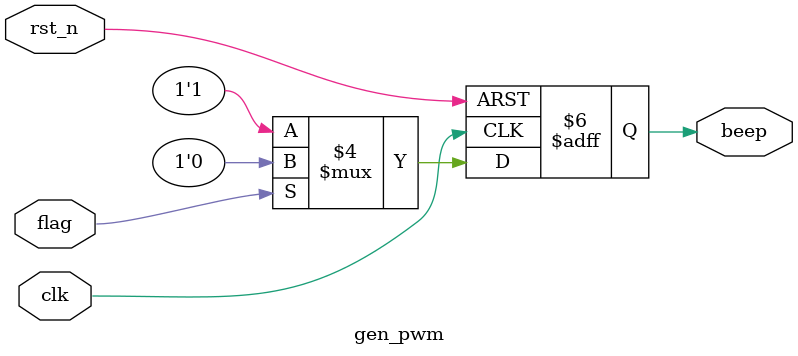
<source format=v>
module gen_pwm
(
	input  wire 	clk  ,//时钟
	input  wire 	rst_n,//复位信号
	input  wire 	flag ,//pwm标志信号
	
	output reg 		beep//蜂鸣器信号
);

//pwm控制蜂鸣器模块
always@(posedge clk or negedge rst_n)begin
	if(!rst_n)begin
		beep <= 1'b1;
	end 
	else if(flag)begin
		beep <= 1'b0;
	end 	
	else begin
		beep <= 1'b1;
	end 
end 
endmodule 

</source>
